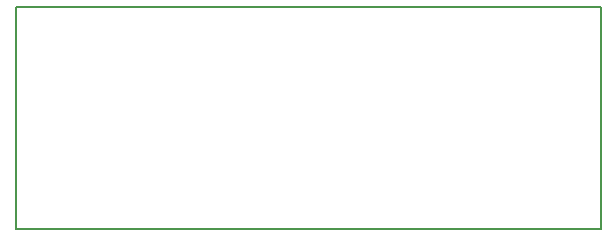
<source format=gko>
G04 #@! TF.FileFunction,Profile,NP*
%FSLAX46Y46*%
G04 Gerber Fmt 4.6, Leading zero omitted, Abs format (unit mm)*
G04 Created by KiCad (PCBNEW 4.0.2-4+6225~38~ubuntu14.04.1-stable) date lør 20 feb 2016 18:40:53 CET*
%MOMM*%
G01*
G04 APERTURE LIST*
%ADD10C,0.100000*%
%ADD11C,0.150000*%
G04 APERTURE END LIST*
D10*
D11*
X175006000Y-115824000D02*
X175006000Y-134620000D01*
X175000000Y-115824000D02*
X224536000Y-115824000D01*
X224536000Y-134620000D02*
X175000000Y-134620000D01*
X224536000Y-115824000D02*
X224536000Y-134620000D01*
M02*

</source>
